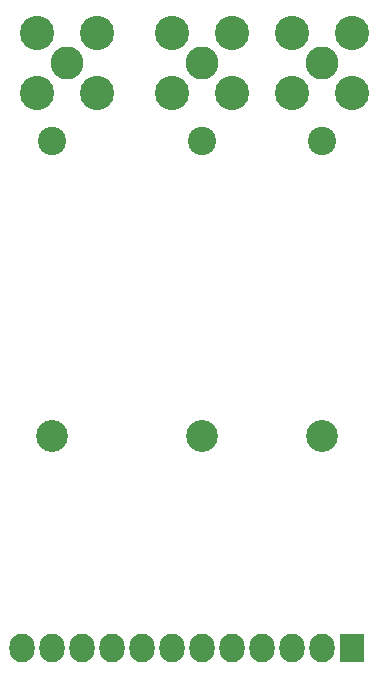
<source format=gbr>
G04 #@! TF.FileFunction,Soldermask,Bot*
%FSLAX46Y46*%
G04 Gerber Fmt 4.6, Leading zero omitted, Abs format (unit mm)*
G04 Created by KiCad (PCBNEW 4.0.1-stable) date 2/4/2016 3:45:24 PM*
%MOMM*%
G01*
G04 APERTURE LIST*
%ADD10C,0.100000*%
%ADD11R,2.127200X2.432000*%
%ADD12O,2.127200X2.432000*%
%ADD13C,2.800000*%
%ADD14C,2.900000*%
%ADD15C,2.398980*%
%ADD16C,2.701240*%
G04 APERTURE END LIST*
D10*
D11*
X162560000Y-123190000D03*
D12*
X160020000Y-123190000D03*
X157480000Y-123190000D03*
X154940000Y-123190000D03*
X152400000Y-123190000D03*
X149860000Y-123190000D03*
X147320000Y-123190000D03*
X144780000Y-123190000D03*
X142240000Y-123190000D03*
X139700000Y-123190000D03*
X137160000Y-123190000D03*
X134620000Y-123190000D03*
D13*
X160020000Y-73660000D03*
D14*
X157480000Y-71120000D03*
X162560000Y-71120000D03*
X162560000Y-76200000D03*
X157480000Y-76200000D03*
D13*
X149860000Y-73660000D03*
D14*
X147320000Y-71120000D03*
X152400000Y-71120000D03*
X152400000Y-76200000D03*
X147320000Y-76200000D03*
D13*
X138430000Y-73660000D03*
D14*
X135890000Y-71120000D03*
X140970000Y-71120000D03*
X140970000Y-76200000D03*
X135890000Y-76200000D03*
D15*
X160020000Y-80210660D03*
D16*
X160020000Y-105209340D03*
D15*
X149860000Y-80210660D03*
D16*
X149860000Y-105209340D03*
D15*
X137160000Y-80210660D03*
D16*
X137160000Y-105209340D03*
M02*

</source>
